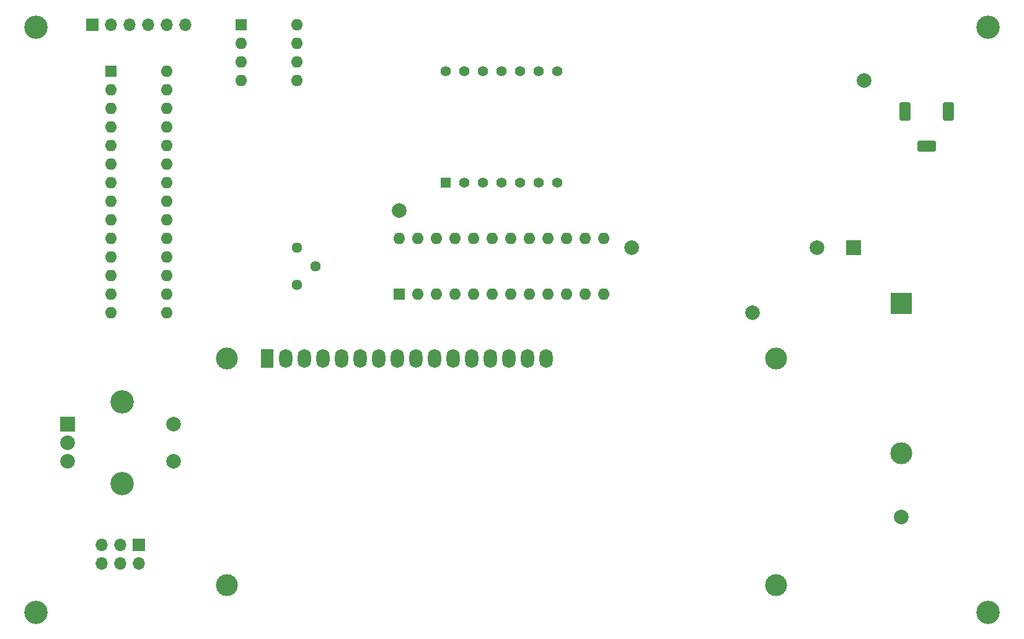
<source format=gbr>
%TF.GenerationSoftware,KiCad,Pcbnew,(6.0.5-0)*%
%TF.CreationDate,2022-07-21T21:16:07-07:00*%
%TF.ProjectId,Gitclock,47697463-6c6f-4636-9b2e-6b696361645f,rev?*%
%TF.SameCoordinates,PX4c4db10PY8b48bd0*%
%TF.FileFunction,Soldermask,Bot*%
%TF.FilePolarity,Negative*%
%FSLAX46Y46*%
G04 Gerber Fmt 4.6, Leading zero omitted, Abs format (unit mm)*
G04 Created by KiCad (PCBNEW (6.0.5-0)) date 2022-07-21 21:16:07*
%MOMM*%
%LPD*%
G01*
G04 APERTURE LIST*
G04 Aperture macros list*
%AMRoundRect*
0 Rectangle with rounded corners*
0 $1 Rounding radius*
0 $2 $3 $4 $5 $6 $7 $8 $9 X,Y pos of 4 corners*
0 Add a 4 corners polygon primitive as box body*
4,1,4,$2,$3,$4,$5,$6,$7,$8,$9,$2,$3,0*
0 Add four circle primitives for the rounded corners*
1,1,$1+$1,$2,$3*
1,1,$1+$1,$4,$5*
1,1,$1+$1,$6,$7*
1,1,$1+$1,$8,$9*
0 Add four rect primitives between the rounded corners*
20,1,$1+$1,$2,$3,$4,$5,0*
20,1,$1+$1,$4,$5,$6,$7,0*
20,1,$1+$1,$6,$7,$8,$9,0*
20,1,$1+$1,$8,$9,$2,$3,0*%
G04 Aperture macros list end*
%ADD10R,1.600000X1.600000*%
%ADD11O,1.600000X1.600000*%
%ADD12C,3.200000*%
%ADD13C,3.000000*%
%ADD14O,1.800000X2.600000*%
%ADD15R,1.800000X2.600000*%
%ADD16R,1.700000X1.700000*%
%ADD17O,1.700000X1.700000*%
%ADD18C,2.000000*%
%ADD19C,1.440000*%
%ADD20R,2.000000X2.000000*%
%ADD21R,1.400000X1.400000*%
%ADD22C,1.400000*%
%ADD23RoundRect,0.400000X0.400000X-0.900000X0.400000X0.900000X-0.400000X0.900000X-0.400000X-0.900000X0*%
%ADD24RoundRect,0.400000X0.900000X-0.400000X0.900000X0.400000X-0.900000X0.400000X-0.900000X-0.400000X0*%
%ADD25R,3.000000X3.000000*%
G04 APERTURE END LIST*
D10*
%TO.C,U1*%
X15240000Y80000000D03*
D11*
X15240000Y77460000D03*
X15240000Y74920000D03*
X15240000Y72380000D03*
X15240000Y69840000D03*
X15240000Y67300000D03*
X15240000Y64760000D03*
X15240000Y62220000D03*
X15240000Y59680000D03*
X15240000Y57140000D03*
X15240000Y54600000D03*
X15240000Y52060000D03*
X15240000Y49520000D03*
X15240000Y46980000D03*
X22860000Y46980000D03*
X22860000Y49520000D03*
X22860000Y52060000D03*
X22860000Y54600000D03*
X22860000Y57140000D03*
X22860000Y59680000D03*
X22860000Y62220000D03*
X22860000Y64760000D03*
X22860000Y67300000D03*
X22860000Y69840000D03*
X22860000Y72380000D03*
X22860000Y74920000D03*
X22860000Y77460000D03*
X22860000Y80000000D03*
%TD*%
D10*
%TO.C,U3*%
X54605000Y49540000D03*
D11*
X57145000Y49540000D03*
X59685000Y49540000D03*
X62225000Y49540000D03*
X64765000Y49540000D03*
X67305000Y49540000D03*
X69845000Y49540000D03*
X72385000Y49540000D03*
X74925000Y49540000D03*
X77465000Y49540000D03*
X80005000Y49540000D03*
X82545000Y49540000D03*
X82545000Y57160000D03*
X80005000Y57160000D03*
X77465000Y57160000D03*
X74925000Y57160000D03*
X72385000Y57160000D03*
X69845000Y57160000D03*
X67305000Y57160000D03*
X64765000Y57160000D03*
X62225000Y57160000D03*
X59685000Y57160000D03*
X57145000Y57160000D03*
X54605000Y57160000D03*
%TD*%
D12*
%TO.C,H4*%
X134990000Y6050000D03*
%TD*%
D10*
%TO.C,U4*%
X33030000Y86350000D03*
D11*
X33030000Y83810000D03*
X33030000Y81270000D03*
X33030000Y78730000D03*
X40650000Y78730000D03*
X40650000Y81270000D03*
X40650000Y83810000D03*
X40650000Y86350000D03*
%TD*%
D13*
%TO.C,DS2*%
X106080000Y40757500D03*
X106079480Y9756800D03*
X31080900Y9756800D03*
X31080900Y40757500D03*
D14*
X74680000Y40757500D03*
X72140000Y40757500D03*
X69600000Y40757500D03*
X67060000Y40757500D03*
X64520000Y40757500D03*
X61980000Y40757500D03*
X59440000Y40757500D03*
X56900000Y40757500D03*
X54360000Y40757500D03*
X51820000Y40757500D03*
X49280000Y40757500D03*
X46740000Y40757500D03*
X44200000Y40757500D03*
X41660000Y40757500D03*
X39120000Y40757500D03*
D15*
X36580000Y40757500D03*
%TD*%
D16*
%TO.C,J3*%
X19050000Y15240000D03*
D17*
X19050000Y12700000D03*
X16510000Y15240000D03*
X16510000Y12700000D03*
X13970000Y15240000D03*
X13970000Y12700000D03*
%TD*%
D18*
%TO.C,TP4*%
X86360000Y55880000D03*
%TD*%
D12*
%TO.C,H2*%
X134990000Y86050000D03*
%TD*%
D19*
%TO.C,RV2*%
X40655000Y50800000D03*
X43195000Y53340000D03*
X40655000Y55880000D03*
%TD*%
D12*
%TO.C,SW5*%
X16760000Y34810000D03*
X16760000Y23610000D03*
D20*
X9260000Y31710000D03*
D18*
X9260000Y26710000D03*
X9260000Y29210000D03*
X23760000Y26710000D03*
X23760000Y31710000D03*
%TD*%
D12*
%TO.C,H3*%
X4990000Y6050000D03*
%TD*%
%TO.C,H1*%
X4990000Y86050000D03*
%TD*%
D18*
%TO.C,TP2*%
X54605000Y60960000D03*
%TD*%
%TO.C,TP1*%
X102870000Y46990000D03*
%TD*%
%TO.C,TP5*%
X118110000Y78740000D03*
%TD*%
%TO.C,TP3*%
X123190000Y19050000D03*
%TD*%
D21*
%TO.C,DS1*%
X60960000Y64770000D03*
D22*
X63500000Y64770000D03*
X66040000Y64770000D03*
X68580000Y64770000D03*
X71120000Y64770000D03*
X73660000Y64770000D03*
X76200000Y64770000D03*
X76200000Y80010000D03*
X73660000Y80010000D03*
X71120000Y80010000D03*
X68580000Y80010000D03*
X66040000Y80010000D03*
X63500000Y80010000D03*
X60960000Y80010000D03*
%TD*%
D18*
%TO.C,BZ1*%
X111670785Y55880000D03*
D20*
X116670785Y55880000D03*
%TD*%
D17*
%TO.C,J2*%
X25400000Y86360000D03*
X22860000Y86360000D03*
X20320000Y86360000D03*
X17780000Y86360000D03*
X15240000Y86360000D03*
D16*
X12700000Y86360000D03*
%TD*%
D23*
%TO.C,J1*%
X123640000Y74470006D03*
X129640000Y74470006D03*
D24*
X126640000Y69770006D03*
%TD*%
D25*
%TO.C,BT1*%
X123190000Y48260000D03*
D13*
X123190000Y27770000D03*
%TD*%
M02*

</source>
